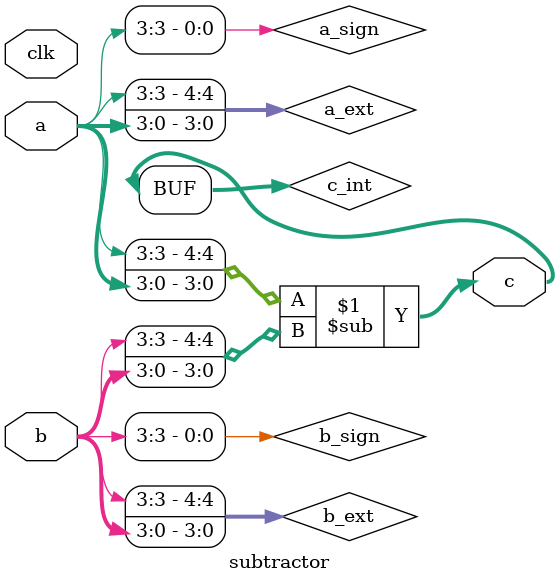
<source format=v>
`ifndef subtractor
`define subtractor

`timescale 1ns / 1ps
//////////////////////////////////////////////////////////////////////////////////
// Company: 
// Engineer: 
// 
// Create Date:    13:47:09 11/24/2011 
// Design Name: 
// Module Name:    subtractor 
// Project Name: 
// Target Devices: 
// Tool versions: 
// Description: 
//
// Dependencies: 
//
// Revision: 
// Revision 0.01 - File Created
// Additional Comments: 
//
//////////////////////////////////////////////////////////////////////////////////
module subtractor(
    clk,
    a,
    b,
    c
    );

    parameter A_WIDTH = 4;      //width of input A
    parameter B_WIDTH = 4;      //width of input B
    parameter A_IS_SIGNED = "TRUE";
    parameter B_IS_SIGNED = "TRUE";
    parameter REGISTER_OUTPUT = "FALSE";
    
    localparam OUTPUT_WIDTH = A_WIDTH>B_WIDTH ? A_WIDTH+1 : B_WIDTH+1;
    
    input clk;
    input [A_WIDTH-1:0] a;
    input [B_WIDTH-1:0] b;
    output [OUTPUT_WIDTH-1:0] c;
    
    // sign extend the inputs
    wire a_sign = a[A_WIDTH-1];
    wire b_sign = b[B_WIDTH-1];
    wire [OUTPUT_WIDTH-1:0] a_ext = {{(OUTPUT_WIDTH-A_WIDTH){a_sign}}, a};
    wire [OUTPUT_WIDTH-1:0] b_ext = {{(OUTPUT_WIDTH-A_WIDTH){b_sign}}, b};
    
    // addition circuit
    wire [OUTPUT_WIDTH-1:0] c_int = a_ext - b_ext;
    
    //optional output register
    generate
        if (REGISTER_OUTPUT == "TRUE") begin : output_reg_gen
            delay # (
                .WIDTH(OUTPUT_WIDTH),
                .DELAY(1)
            ) add_delay (
                .clk(clk),
                .ce(1'b1),
                .din(c_int),
                .dout(c)
            );

        end else begin
            assign c = c_int;
        end
    endgenerate

endmodule

`endif

</source>
